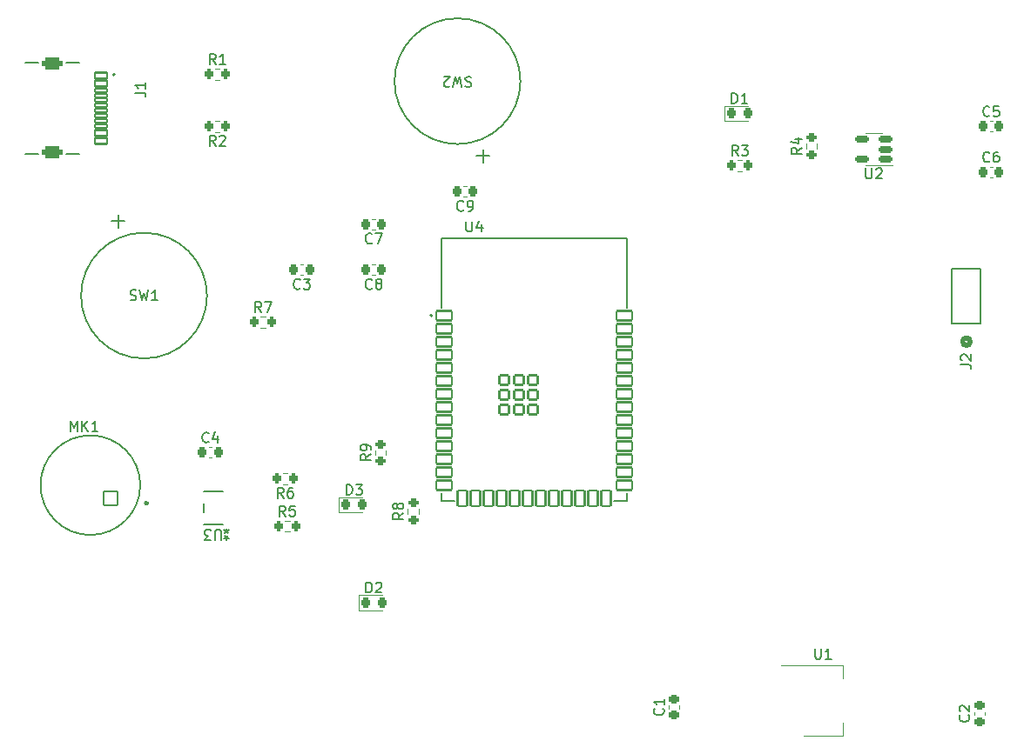
<source format=gto>
%TF.GenerationSoftware,KiCad,Pcbnew,7.0.9*%
%TF.CreationDate,2024-04-11T22:47:46-07:00*%
%TF.ProjectId,Microphone_Final,4d696372-6f70-4686-9f6e-655f46696e61,rev?*%
%TF.SameCoordinates,Original*%
%TF.FileFunction,Legend,Top*%
%TF.FilePolarity,Positive*%
%FSLAX46Y46*%
G04 Gerber Fmt 4.6, Leading zero omitted, Abs format (unit mm)*
G04 Created by KiCad (PCBNEW 7.0.9) date 2024-04-11 22:47:46*
%MOMM*%
%LPD*%
G01*
G04 APERTURE LIST*
G04 Aperture macros list*
%AMRoundRect*
0 Rectangle with rounded corners*
0 $1 Rounding radius*
0 $2 $3 $4 $5 $6 $7 $8 $9 X,Y pos of 4 corners*
0 Add a 4 corners polygon primitive as box body*
4,1,4,$2,$3,$4,$5,$6,$7,$8,$9,$2,$3,0*
0 Add four circle primitives for the rounded corners*
1,1,$1+$1,$2,$3*
1,1,$1+$1,$4,$5*
1,1,$1+$1,$6,$7*
1,1,$1+$1,$8,$9*
0 Add four rect primitives between the rounded corners*
20,1,$1+$1,$2,$3,$4,$5,0*
20,1,$1+$1,$4,$5,$6,$7,0*
20,1,$1+$1,$6,$7,$8,$9,0*
20,1,$1+$1,$8,$9,$2,$3,0*%
G04 Aperture macros list end*
%ADD10C,0.150000*%
%ADD11C,0.127000*%
%ADD12C,0.300000*%
%ADD13C,0.120000*%
%ADD14C,0.152400*%
%ADD15C,0.508000*%
%ADD16C,0.200000*%
%ADD17RoundRect,0.102000X-0.689000X-0.689000X0.689000X-0.689000X0.689000X0.689000X-0.689000X0.689000X0*%
%ADD18C,1.582000*%
%ADD19RoundRect,0.225000X0.225000X0.250000X-0.225000X0.250000X-0.225000X-0.250000X0.225000X-0.250000X0*%
%ADD20RoundRect,0.225000X-0.225000X-0.250000X0.225000X-0.250000X0.225000X0.250000X-0.225000X0.250000X0*%
%ADD21RoundRect,0.200000X0.200000X0.275000X-0.200000X0.275000X-0.200000X-0.275000X0.200000X-0.275000X0*%
%ADD22RoundRect,0.218750X-0.218750X-0.256250X0.218750X-0.256250X0.218750X0.256250X-0.218750X0.256250X0*%
%ADD23C,1.574800*%
%ADD24C,1.651000*%
%ADD25RoundRect,0.200000X0.275000X-0.200000X0.275000X0.200000X-0.275000X0.200000X-0.275000X-0.200000X0*%
%ADD26R,2.000000X1.500000*%
%ADD27R,2.000000X3.800000*%
%ADD28RoundRect,0.225000X0.250000X-0.225000X0.250000X0.225000X-0.250000X0.225000X-0.250000X-0.225000X0*%
%ADD29C,0.650000*%
%ADD30RoundRect,0.102000X-0.575000X0.300000X-0.575000X-0.300000X0.575000X-0.300000X0.575000X0.300000X0*%
%ADD31RoundRect,0.102000X-0.575000X0.150000X-0.575000X-0.150000X0.575000X-0.150000X0.575000X0.150000X0*%
%ADD32O,2.304000X1.204000*%
%ADD33RoundRect,0.352000X-0.650000X0.250000X-0.650000X-0.250000X0.650000X-0.250000X0.650000X0.250000X0*%
%ADD34RoundRect,0.200000X-0.200000X-0.275000X0.200000X-0.275000X0.200000X0.275000X-0.200000X0.275000X0*%
%ADD35RoundRect,0.150000X0.512500X0.150000X-0.512500X0.150000X-0.512500X-0.150000X0.512500X-0.150000X0*%
%ADD36RoundRect,0.102000X-0.750000X-0.450000X0.750000X-0.450000X0.750000X0.450000X-0.750000X0.450000X0*%
%ADD37RoundRect,0.102000X-0.450000X-0.750000X0.450000X-0.750000X0.450000X0.750000X-0.450000X0.750000X0*%
%ADD38RoundRect,0.102000X-0.450000X-0.450000X0.450000X-0.450000X0.450000X0.450000X-0.450000X0.450000X0*%
%ADD39R,1.016000X0.457200*%
G04 APERTURE END LIST*
D10*
X70349797Y-88717967D02*
X70349797Y-87717613D01*
X70349797Y-87717613D02*
X70683248Y-88432152D01*
X70683248Y-88432152D02*
X71016700Y-87717613D01*
X71016700Y-87717613D02*
X71016700Y-88717967D01*
X71493059Y-88717967D02*
X71493059Y-87717613D01*
X72064690Y-88717967D02*
X71635967Y-88146337D01*
X72064690Y-87717613D02*
X71493059Y-88289244D01*
X73017408Y-88717967D02*
X72445777Y-88717967D01*
X72731593Y-88717967D02*
X72731593Y-87717613D01*
X72731593Y-87717613D02*
X72636321Y-87860521D01*
X72636321Y-87860521D02*
X72541049Y-87955793D01*
X72541049Y-87955793D02*
X72445777Y-88003429D01*
X99668333Y-74814580D02*
X99620714Y-74862200D01*
X99620714Y-74862200D02*
X99477857Y-74909819D01*
X99477857Y-74909819D02*
X99382619Y-74909819D01*
X99382619Y-74909819D02*
X99239762Y-74862200D01*
X99239762Y-74862200D02*
X99144524Y-74766961D01*
X99144524Y-74766961D02*
X99096905Y-74671723D01*
X99096905Y-74671723D02*
X99049286Y-74481247D01*
X99049286Y-74481247D02*
X99049286Y-74338390D01*
X99049286Y-74338390D02*
X99096905Y-74147914D01*
X99096905Y-74147914D02*
X99144524Y-74052676D01*
X99144524Y-74052676D02*
X99239762Y-73957438D01*
X99239762Y-73957438D02*
X99382619Y-73909819D01*
X99382619Y-73909819D02*
X99477857Y-73909819D01*
X99477857Y-73909819D02*
X99620714Y-73957438D01*
X99620714Y-73957438D02*
X99668333Y-74005057D01*
X100239762Y-74338390D02*
X100144524Y-74290771D01*
X100144524Y-74290771D02*
X100096905Y-74243152D01*
X100096905Y-74243152D02*
X100049286Y-74147914D01*
X100049286Y-74147914D02*
X100049286Y-74100295D01*
X100049286Y-74100295D02*
X100096905Y-74005057D01*
X100096905Y-74005057D02*
X100144524Y-73957438D01*
X100144524Y-73957438D02*
X100239762Y-73909819D01*
X100239762Y-73909819D02*
X100430238Y-73909819D01*
X100430238Y-73909819D02*
X100525476Y-73957438D01*
X100525476Y-73957438D02*
X100573095Y-74005057D01*
X100573095Y-74005057D02*
X100620714Y-74100295D01*
X100620714Y-74100295D02*
X100620714Y-74147914D01*
X100620714Y-74147914D02*
X100573095Y-74243152D01*
X100573095Y-74243152D02*
X100525476Y-74290771D01*
X100525476Y-74290771D02*
X100430238Y-74338390D01*
X100430238Y-74338390D02*
X100239762Y-74338390D01*
X100239762Y-74338390D02*
X100144524Y-74386009D01*
X100144524Y-74386009D02*
X100096905Y-74433628D01*
X100096905Y-74433628D02*
X100049286Y-74528866D01*
X100049286Y-74528866D02*
X100049286Y-74719342D01*
X100049286Y-74719342D02*
X100096905Y-74814580D01*
X100096905Y-74814580D02*
X100144524Y-74862200D01*
X100144524Y-74862200D02*
X100239762Y-74909819D01*
X100239762Y-74909819D02*
X100430238Y-74909819D01*
X100430238Y-74909819D02*
X100525476Y-74862200D01*
X100525476Y-74862200D02*
X100573095Y-74814580D01*
X100573095Y-74814580D02*
X100620714Y-74719342D01*
X100620714Y-74719342D02*
X100620714Y-74528866D01*
X100620714Y-74528866D02*
X100573095Y-74433628D01*
X100573095Y-74433628D02*
X100525476Y-74386009D01*
X100525476Y-74386009D02*
X100430238Y-74338390D01*
X159713333Y-62429580D02*
X159665714Y-62477200D01*
X159665714Y-62477200D02*
X159522857Y-62524819D01*
X159522857Y-62524819D02*
X159427619Y-62524819D01*
X159427619Y-62524819D02*
X159284762Y-62477200D01*
X159284762Y-62477200D02*
X159189524Y-62381961D01*
X159189524Y-62381961D02*
X159141905Y-62286723D01*
X159141905Y-62286723D02*
X159094286Y-62096247D01*
X159094286Y-62096247D02*
X159094286Y-61953390D01*
X159094286Y-61953390D02*
X159141905Y-61762914D01*
X159141905Y-61762914D02*
X159189524Y-61667676D01*
X159189524Y-61667676D02*
X159284762Y-61572438D01*
X159284762Y-61572438D02*
X159427619Y-61524819D01*
X159427619Y-61524819D02*
X159522857Y-61524819D01*
X159522857Y-61524819D02*
X159665714Y-61572438D01*
X159665714Y-61572438D02*
X159713333Y-61620057D01*
X160570476Y-61524819D02*
X160380000Y-61524819D01*
X160380000Y-61524819D02*
X160284762Y-61572438D01*
X160284762Y-61572438D02*
X160237143Y-61620057D01*
X160237143Y-61620057D02*
X160141905Y-61762914D01*
X160141905Y-61762914D02*
X160094286Y-61953390D01*
X160094286Y-61953390D02*
X160094286Y-62334342D01*
X160094286Y-62334342D02*
X160141905Y-62429580D01*
X160141905Y-62429580D02*
X160189524Y-62477200D01*
X160189524Y-62477200D02*
X160284762Y-62524819D01*
X160284762Y-62524819D02*
X160475238Y-62524819D01*
X160475238Y-62524819D02*
X160570476Y-62477200D01*
X160570476Y-62477200D02*
X160618095Y-62429580D01*
X160618095Y-62429580D02*
X160665714Y-62334342D01*
X160665714Y-62334342D02*
X160665714Y-62096247D01*
X160665714Y-62096247D02*
X160618095Y-62001009D01*
X160618095Y-62001009D02*
X160570476Y-61953390D01*
X160570476Y-61953390D02*
X160475238Y-61905771D01*
X160475238Y-61905771D02*
X160284762Y-61905771D01*
X160284762Y-61905771D02*
X160189524Y-61953390D01*
X160189524Y-61953390D02*
X160141905Y-62001009D01*
X160141905Y-62001009D02*
X160094286Y-62096247D01*
X84478333Y-60939819D02*
X84145000Y-60463628D01*
X83906905Y-60939819D02*
X83906905Y-59939819D01*
X83906905Y-59939819D02*
X84287857Y-59939819D01*
X84287857Y-59939819D02*
X84383095Y-59987438D01*
X84383095Y-59987438D02*
X84430714Y-60035057D01*
X84430714Y-60035057D02*
X84478333Y-60130295D01*
X84478333Y-60130295D02*
X84478333Y-60273152D01*
X84478333Y-60273152D02*
X84430714Y-60368390D01*
X84430714Y-60368390D02*
X84383095Y-60416009D01*
X84383095Y-60416009D02*
X84287857Y-60463628D01*
X84287857Y-60463628D02*
X83906905Y-60463628D01*
X84859286Y-60035057D02*
X84906905Y-59987438D01*
X84906905Y-59987438D02*
X85002143Y-59939819D01*
X85002143Y-59939819D02*
X85240238Y-59939819D01*
X85240238Y-59939819D02*
X85335476Y-59987438D01*
X85335476Y-59987438D02*
X85383095Y-60035057D01*
X85383095Y-60035057D02*
X85430714Y-60130295D01*
X85430714Y-60130295D02*
X85430714Y-60225533D01*
X85430714Y-60225533D02*
X85383095Y-60368390D01*
X85383095Y-60368390D02*
X84811667Y-60939819D01*
X84811667Y-60939819D02*
X85430714Y-60939819D01*
X99109405Y-104434819D02*
X99109405Y-103434819D01*
X99109405Y-103434819D02*
X99347500Y-103434819D01*
X99347500Y-103434819D02*
X99490357Y-103482438D01*
X99490357Y-103482438D02*
X99585595Y-103577676D01*
X99585595Y-103577676D02*
X99633214Y-103672914D01*
X99633214Y-103672914D02*
X99680833Y-103863390D01*
X99680833Y-103863390D02*
X99680833Y-104006247D01*
X99680833Y-104006247D02*
X99633214Y-104196723D01*
X99633214Y-104196723D02*
X99585595Y-104291961D01*
X99585595Y-104291961D02*
X99490357Y-104387200D01*
X99490357Y-104387200D02*
X99347500Y-104434819D01*
X99347500Y-104434819D02*
X99109405Y-104434819D01*
X100061786Y-103530057D02*
X100109405Y-103482438D01*
X100109405Y-103482438D02*
X100204643Y-103434819D01*
X100204643Y-103434819D02*
X100442738Y-103434819D01*
X100442738Y-103434819D02*
X100537976Y-103482438D01*
X100537976Y-103482438D02*
X100585595Y-103530057D01*
X100585595Y-103530057D02*
X100633214Y-103625295D01*
X100633214Y-103625295D02*
X100633214Y-103720533D01*
X100633214Y-103720533D02*
X100585595Y-103863390D01*
X100585595Y-103863390D02*
X100014167Y-104434819D01*
X100014167Y-104434819D02*
X100633214Y-104434819D01*
X109323332Y-54242805D02*
X109180475Y-54195185D01*
X109180475Y-54195185D02*
X108942380Y-54195185D01*
X108942380Y-54195185D02*
X108847142Y-54242805D01*
X108847142Y-54242805D02*
X108799523Y-54290424D01*
X108799523Y-54290424D02*
X108751904Y-54385662D01*
X108751904Y-54385662D02*
X108751904Y-54480900D01*
X108751904Y-54480900D02*
X108799523Y-54576138D01*
X108799523Y-54576138D02*
X108847142Y-54623757D01*
X108847142Y-54623757D02*
X108942380Y-54671376D01*
X108942380Y-54671376D02*
X109132856Y-54718995D01*
X109132856Y-54718995D02*
X109228094Y-54766614D01*
X109228094Y-54766614D02*
X109275713Y-54814233D01*
X109275713Y-54814233D02*
X109323332Y-54909471D01*
X109323332Y-54909471D02*
X109323332Y-55004709D01*
X109323332Y-55004709D02*
X109275713Y-55099947D01*
X109275713Y-55099947D02*
X109228094Y-55147566D01*
X109228094Y-55147566D02*
X109132856Y-55195185D01*
X109132856Y-55195185D02*
X108894761Y-55195185D01*
X108894761Y-55195185D02*
X108751904Y-55147566D01*
X108418570Y-55195185D02*
X108180475Y-54195185D01*
X108180475Y-54195185D02*
X107989999Y-54909471D01*
X107989999Y-54909471D02*
X107799523Y-54195185D01*
X107799523Y-54195185D02*
X107561428Y-55195185D01*
X107228094Y-55099947D02*
X107180475Y-55147566D01*
X107180475Y-55147566D02*
X107085237Y-55195185D01*
X107085237Y-55195185D02*
X106847142Y-55195185D01*
X106847142Y-55195185D02*
X106751904Y-55147566D01*
X106751904Y-55147566D02*
X106704285Y-55099947D01*
X106704285Y-55099947D02*
X106656666Y-55004709D01*
X106656666Y-55004709D02*
X106656666Y-54909471D01*
X106656666Y-54909471D02*
X106704285Y-54766614D01*
X106704285Y-54766614D02*
X107275713Y-54195185D01*
X107275713Y-54195185D02*
X106656666Y-54195185D01*
X92683333Y-74814580D02*
X92635714Y-74862200D01*
X92635714Y-74862200D02*
X92492857Y-74909819D01*
X92492857Y-74909819D02*
X92397619Y-74909819D01*
X92397619Y-74909819D02*
X92254762Y-74862200D01*
X92254762Y-74862200D02*
X92159524Y-74766961D01*
X92159524Y-74766961D02*
X92111905Y-74671723D01*
X92111905Y-74671723D02*
X92064286Y-74481247D01*
X92064286Y-74481247D02*
X92064286Y-74338390D01*
X92064286Y-74338390D02*
X92111905Y-74147914D01*
X92111905Y-74147914D02*
X92159524Y-74052676D01*
X92159524Y-74052676D02*
X92254762Y-73957438D01*
X92254762Y-73957438D02*
X92397619Y-73909819D01*
X92397619Y-73909819D02*
X92492857Y-73909819D01*
X92492857Y-73909819D02*
X92635714Y-73957438D01*
X92635714Y-73957438D02*
X92683333Y-74005057D01*
X93016667Y-73909819D02*
X93635714Y-73909819D01*
X93635714Y-73909819D02*
X93302381Y-74290771D01*
X93302381Y-74290771D02*
X93445238Y-74290771D01*
X93445238Y-74290771D02*
X93540476Y-74338390D01*
X93540476Y-74338390D02*
X93588095Y-74386009D01*
X93588095Y-74386009D02*
X93635714Y-74481247D01*
X93635714Y-74481247D02*
X93635714Y-74719342D01*
X93635714Y-74719342D02*
X93588095Y-74814580D01*
X93588095Y-74814580D02*
X93540476Y-74862200D01*
X93540476Y-74862200D02*
X93445238Y-74909819D01*
X93445238Y-74909819D02*
X93159524Y-74909819D01*
X93159524Y-74909819D02*
X93064286Y-74862200D01*
X93064286Y-74862200D02*
X93016667Y-74814580D01*
X156934819Y-82248333D02*
X157649104Y-82248333D01*
X157649104Y-82248333D02*
X157791961Y-82295952D01*
X157791961Y-82295952D02*
X157887200Y-82391190D01*
X157887200Y-82391190D02*
X157934819Y-82534047D01*
X157934819Y-82534047D02*
X157934819Y-82629285D01*
X157030057Y-81819761D02*
X156982438Y-81772142D01*
X156982438Y-81772142D02*
X156934819Y-81676904D01*
X156934819Y-81676904D02*
X156934819Y-81438809D01*
X156934819Y-81438809D02*
X156982438Y-81343571D01*
X156982438Y-81343571D02*
X157030057Y-81295952D01*
X157030057Y-81295952D02*
X157125295Y-81248333D01*
X157125295Y-81248333D02*
X157220533Y-81248333D01*
X157220533Y-81248333D02*
X157363390Y-81295952D01*
X157363390Y-81295952D02*
X157934819Y-81867380D01*
X157934819Y-81867380D02*
X157934819Y-81248333D01*
X99544819Y-90971666D02*
X99068628Y-91304999D01*
X99544819Y-91543094D02*
X98544819Y-91543094D01*
X98544819Y-91543094D02*
X98544819Y-91162142D01*
X98544819Y-91162142D02*
X98592438Y-91066904D01*
X98592438Y-91066904D02*
X98640057Y-91019285D01*
X98640057Y-91019285D02*
X98735295Y-90971666D01*
X98735295Y-90971666D02*
X98878152Y-90971666D01*
X98878152Y-90971666D02*
X98973390Y-91019285D01*
X98973390Y-91019285D02*
X99021009Y-91066904D01*
X99021009Y-91066904D02*
X99068628Y-91162142D01*
X99068628Y-91162142D02*
X99068628Y-91543094D01*
X99544819Y-90495475D02*
X99544819Y-90304999D01*
X99544819Y-90304999D02*
X99497200Y-90209761D01*
X99497200Y-90209761D02*
X99449580Y-90162142D01*
X99449580Y-90162142D02*
X99306723Y-90066904D01*
X99306723Y-90066904D02*
X99116247Y-90019285D01*
X99116247Y-90019285D02*
X98735295Y-90019285D01*
X98735295Y-90019285D02*
X98640057Y-90066904D01*
X98640057Y-90066904D02*
X98592438Y-90114523D01*
X98592438Y-90114523D02*
X98544819Y-90209761D01*
X98544819Y-90209761D02*
X98544819Y-90400237D01*
X98544819Y-90400237D02*
X98592438Y-90495475D01*
X98592438Y-90495475D02*
X98640057Y-90543094D01*
X98640057Y-90543094D02*
X98735295Y-90590713D01*
X98735295Y-90590713D02*
X98973390Y-90590713D01*
X98973390Y-90590713D02*
X99068628Y-90543094D01*
X99068628Y-90543094D02*
X99116247Y-90495475D01*
X99116247Y-90495475D02*
X99163866Y-90400237D01*
X99163866Y-90400237D02*
X99163866Y-90209761D01*
X99163866Y-90209761D02*
X99116247Y-90114523D01*
X99116247Y-90114523D02*
X99068628Y-90066904D01*
X99068628Y-90066904D02*
X98973390Y-90019285D01*
X142773095Y-109889819D02*
X142773095Y-110699342D01*
X142773095Y-110699342D02*
X142820714Y-110794580D01*
X142820714Y-110794580D02*
X142868333Y-110842200D01*
X142868333Y-110842200D02*
X142963571Y-110889819D01*
X142963571Y-110889819D02*
X143154047Y-110889819D01*
X143154047Y-110889819D02*
X143249285Y-110842200D01*
X143249285Y-110842200D02*
X143296904Y-110794580D01*
X143296904Y-110794580D02*
X143344523Y-110699342D01*
X143344523Y-110699342D02*
X143344523Y-109889819D01*
X144344523Y-110889819D02*
X143773095Y-110889819D01*
X144058809Y-110889819D02*
X144058809Y-109889819D01*
X144058809Y-109889819D02*
X143963571Y-110032676D01*
X143963571Y-110032676D02*
X143868333Y-110127914D01*
X143868333Y-110127914D02*
X143773095Y-110175533D01*
X157679580Y-116371666D02*
X157727200Y-116419285D01*
X157727200Y-116419285D02*
X157774819Y-116562142D01*
X157774819Y-116562142D02*
X157774819Y-116657380D01*
X157774819Y-116657380D02*
X157727200Y-116800237D01*
X157727200Y-116800237D02*
X157631961Y-116895475D01*
X157631961Y-116895475D02*
X157536723Y-116943094D01*
X157536723Y-116943094D02*
X157346247Y-116990713D01*
X157346247Y-116990713D02*
X157203390Y-116990713D01*
X157203390Y-116990713D02*
X157012914Y-116943094D01*
X157012914Y-116943094D02*
X156917676Y-116895475D01*
X156917676Y-116895475D02*
X156822438Y-116800237D01*
X156822438Y-116800237D02*
X156774819Y-116657380D01*
X156774819Y-116657380D02*
X156774819Y-116562142D01*
X156774819Y-116562142D02*
X156822438Y-116419285D01*
X156822438Y-116419285D02*
X156870057Y-116371666D01*
X156870057Y-115990713D02*
X156822438Y-115943094D01*
X156822438Y-115943094D02*
X156774819Y-115847856D01*
X156774819Y-115847856D02*
X156774819Y-115609761D01*
X156774819Y-115609761D02*
X156822438Y-115514523D01*
X156822438Y-115514523D02*
X156870057Y-115466904D01*
X156870057Y-115466904D02*
X156965295Y-115419285D01*
X156965295Y-115419285D02*
X157060533Y-115419285D01*
X157060533Y-115419285D02*
X157203390Y-115466904D01*
X157203390Y-115466904D02*
X157774819Y-116038332D01*
X157774819Y-116038332D02*
X157774819Y-115419285D01*
X91083333Y-95229819D02*
X90750000Y-94753628D01*
X90511905Y-95229819D02*
X90511905Y-94229819D01*
X90511905Y-94229819D02*
X90892857Y-94229819D01*
X90892857Y-94229819D02*
X90988095Y-94277438D01*
X90988095Y-94277438D02*
X91035714Y-94325057D01*
X91035714Y-94325057D02*
X91083333Y-94420295D01*
X91083333Y-94420295D02*
X91083333Y-94563152D01*
X91083333Y-94563152D02*
X91035714Y-94658390D01*
X91035714Y-94658390D02*
X90988095Y-94706009D01*
X90988095Y-94706009D02*
X90892857Y-94753628D01*
X90892857Y-94753628D02*
X90511905Y-94753628D01*
X91940476Y-94229819D02*
X91750000Y-94229819D01*
X91750000Y-94229819D02*
X91654762Y-94277438D01*
X91654762Y-94277438D02*
X91607143Y-94325057D01*
X91607143Y-94325057D02*
X91511905Y-94467914D01*
X91511905Y-94467914D02*
X91464286Y-94658390D01*
X91464286Y-94658390D02*
X91464286Y-95039342D01*
X91464286Y-95039342D02*
X91511905Y-95134580D01*
X91511905Y-95134580D02*
X91559524Y-95182200D01*
X91559524Y-95182200D02*
X91654762Y-95229819D01*
X91654762Y-95229819D02*
X91845238Y-95229819D01*
X91845238Y-95229819D02*
X91940476Y-95182200D01*
X91940476Y-95182200D02*
X91988095Y-95134580D01*
X91988095Y-95134580D02*
X92035714Y-95039342D01*
X92035714Y-95039342D02*
X92035714Y-94801247D01*
X92035714Y-94801247D02*
X91988095Y-94706009D01*
X91988095Y-94706009D02*
X91940476Y-94658390D01*
X91940476Y-94658390D02*
X91845238Y-94610771D01*
X91845238Y-94610771D02*
X91654762Y-94610771D01*
X91654762Y-94610771D02*
X91559524Y-94658390D01*
X91559524Y-94658390D02*
X91511905Y-94706009D01*
X91511905Y-94706009D02*
X91464286Y-94801247D01*
X159713333Y-57984580D02*
X159665714Y-58032200D01*
X159665714Y-58032200D02*
X159522857Y-58079819D01*
X159522857Y-58079819D02*
X159427619Y-58079819D01*
X159427619Y-58079819D02*
X159284762Y-58032200D01*
X159284762Y-58032200D02*
X159189524Y-57936961D01*
X159189524Y-57936961D02*
X159141905Y-57841723D01*
X159141905Y-57841723D02*
X159094286Y-57651247D01*
X159094286Y-57651247D02*
X159094286Y-57508390D01*
X159094286Y-57508390D02*
X159141905Y-57317914D01*
X159141905Y-57317914D02*
X159189524Y-57222676D01*
X159189524Y-57222676D02*
X159284762Y-57127438D01*
X159284762Y-57127438D02*
X159427619Y-57079819D01*
X159427619Y-57079819D02*
X159522857Y-57079819D01*
X159522857Y-57079819D02*
X159665714Y-57127438D01*
X159665714Y-57127438D02*
X159713333Y-57175057D01*
X160618095Y-57079819D02*
X160141905Y-57079819D01*
X160141905Y-57079819D02*
X160094286Y-57556009D01*
X160094286Y-57556009D02*
X160141905Y-57508390D01*
X160141905Y-57508390D02*
X160237143Y-57460771D01*
X160237143Y-57460771D02*
X160475238Y-57460771D01*
X160475238Y-57460771D02*
X160570476Y-57508390D01*
X160570476Y-57508390D02*
X160618095Y-57556009D01*
X160618095Y-57556009D02*
X160665714Y-57651247D01*
X160665714Y-57651247D02*
X160665714Y-57889342D01*
X160665714Y-57889342D02*
X160618095Y-57984580D01*
X160618095Y-57984580D02*
X160570476Y-58032200D01*
X160570476Y-58032200D02*
X160475238Y-58079819D01*
X160475238Y-58079819D02*
X160237143Y-58079819D01*
X160237143Y-58079819D02*
X160141905Y-58032200D01*
X160141905Y-58032200D02*
X160094286Y-57984580D01*
X141454819Y-61126666D02*
X140978628Y-61459999D01*
X141454819Y-61698094D02*
X140454819Y-61698094D01*
X140454819Y-61698094D02*
X140454819Y-61317142D01*
X140454819Y-61317142D02*
X140502438Y-61221904D01*
X140502438Y-61221904D02*
X140550057Y-61174285D01*
X140550057Y-61174285D02*
X140645295Y-61126666D01*
X140645295Y-61126666D02*
X140788152Y-61126666D01*
X140788152Y-61126666D02*
X140883390Y-61174285D01*
X140883390Y-61174285D02*
X140931009Y-61221904D01*
X140931009Y-61221904D02*
X140978628Y-61317142D01*
X140978628Y-61317142D02*
X140978628Y-61698094D01*
X140788152Y-60269523D02*
X141454819Y-60269523D01*
X140407200Y-60507618D02*
X141121485Y-60745713D01*
X141121485Y-60745713D02*
X141121485Y-60126666D01*
X134669405Y-56809819D02*
X134669405Y-55809819D01*
X134669405Y-55809819D02*
X134907500Y-55809819D01*
X134907500Y-55809819D02*
X135050357Y-55857438D01*
X135050357Y-55857438D02*
X135145595Y-55952676D01*
X135145595Y-55952676D02*
X135193214Y-56047914D01*
X135193214Y-56047914D02*
X135240833Y-56238390D01*
X135240833Y-56238390D02*
X135240833Y-56381247D01*
X135240833Y-56381247D02*
X135193214Y-56571723D01*
X135193214Y-56571723D02*
X135145595Y-56666961D01*
X135145595Y-56666961D02*
X135050357Y-56762200D01*
X135050357Y-56762200D02*
X134907500Y-56809819D01*
X134907500Y-56809819D02*
X134669405Y-56809819D01*
X136193214Y-56809819D02*
X135621786Y-56809819D01*
X135907500Y-56809819D02*
X135907500Y-55809819D01*
X135907500Y-55809819D02*
X135812262Y-55952676D01*
X135812262Y-55952676D02*
X135717024Y-56047914D01*
X135717024Y-56047914D02*
X135621786Y-56095533D01*
X76176667Y-75932195D02*
X76319524Y-75979814D01*
X76319524Y-75979814D02*
X76557619Y-75979814D01*
X76557619Y-75979814D02*
X76652857Y-75932195D01*
X76652857Y-75932195D02*
X76700476Y-75884575D01*
X76700476Y-75884575D02*
X76748095Y-75789337D01*
X76748095Y-75789337D02*
X76748095Y-75694099D01*
X76748095Y-75694099D02*
X76700476Y-75598861D01*
X76700476Y-75598861D02*
X76652857Y-75551242D01*
X76652857Y-75551242D02*
X76557619Y-75503623D01*
X76557619Y-75503623D02*
X76367143Y-75456004D01*
X76367143Y-75456004D02*
X76271905Y-75408385D01*
X76271905Y-75408385D02*
X76224286Y-75360766D01*
X76224286Y-75360766D02*
X76176667Y-75265528D01*
X76176667Y-75265528D02*
X76176667Y-75170290D01*
X76176667Y-75170290D02*
X76224286Y-75075052D01*
X76224286Y-75075052D02*
X76271905Y-75027433D01*
X76271905Y-75027433D02*
X76367143Y-74979814D01*
X76367143Y-74979814D02*
X76605238Y-74979814D01*
X76605238Y-74979814D02*
X76748095Y-75027433D01*
X77081429Y-74979814D02*
X77319524Y-75979814D01*
X77319524Y-75979814D02*
X77510000Y-75265528D01*
X77510000Y-75265528D02*
X77700476Y-75979814D01*
X77700476Y-75979814D02*
X77938572Y-74979814D01*
X78843333Y-75979814D02*
X78271905Y-75979814D01*
X78557619Y-75979814D02*
X78557619Y-74979814D01*
X78557619Y-74979814D02*
X78462381Y-75122671D01*
X78462381Y-75122671D02*
X78367143Y-75217909D01*
X78367143Y-75217909D02*
X78271905Y-75265528D01*
X108558333Y-67194580D02*
X108510714Y-67242200D01*
X108510714Y-67242200D02*
X108367857Y-67289819D01*
X108367857Y-67289819D02*
X108272619Y-67289819D01*
X108272619Y-67289819D02*
X108129762Y-67242200D01*
X108129762Y-67242200D02*
X108034524Y-67146961D01*
X108034524Y-67146961D02*
X107986905Y-67051723D01*
X107986905Y-67051723D02*
X107939286Y-66861247D01*
X107939286Y-66861247D02*
X107939286Y-66718390D01*
X107939286Y-66718390D02*
X107986905Y-66527914D01*
X107986905Y-66527914D02*
X108034524Y-66432676D01*
X108034524Y-66432676D02*
X108129762Y-66337438D01*
X108129762Y-66337438D02*
X108272619Y-66289819D01*
X108272619Y-66289819D02*
X108367857Y-66289819D01*
X108367857Y-66289819D02*
X108510714Y-66337438D01*
X108510714Y-66337438D02*
X108558333Y-66385057D01*
X109034524Y-67289819D02*
X109225000Y-67289819D01*
X109225000Y-67289819D02*
X109320238Y-67242200D01*
X109320238Y-67242200D02*
X109367857Y-67194580D01*
X109367857Y-67194580D02*
X109463095Y-67051723D01*
X109463095Y-67051723D02*
X109510714Y-66861247D01*
X109510714Y-66861247D02*
X109510714Y-66480295D01*
X109510714Y-66480295D02*
X109463095Y-66385057D01*
X109463095Y-66385057D02*
X109415476Y-66337438D01*
X109415476Y-66337438D02*
X109320238Y-66289819D01*
X109320238Y-66289819D02*
X109129762Y-66289819D01*
X109129762Y-66289819D02*
X109034524Y-66337438D01*
X109034524Y-66337438D02*
X108986905Y-66385057D01*
X108986905Y-66385057D02*
X108939286Y-66480295D01*
X108939286Y-66480295D02*
X108939286Y-66718390D01*
X108939286Y-66718390D02*
X108986905Y-66813628D01*
X108986905Y-66813628D02*
X109034524Y-66861247D01*
X109034524Y-66861247D02*
X109129762Y-66908866D01*
X109129762Y-66908866D02*
X109320238Y-66908866D01*
X109320238Y-66908866D02*
X109415476Y-66861247D01*
X109415476Y-66861247D02*
X109463095Y-66813628D01*
X109463095Y-66813628D02*
X109510714Y-66718390D01*
X76669819Y-55783333D02*
X77384104Y-55783333D01*
X77384104Y-55783333D02*
X77526961Y-55830952D01*
X77526961Y-55830952D02*
X77622200Y-55926190D01*
X77622200Y-55926190D02*
X77669819Y-56069047D01*
X77669819Y-56069047D02*
X77669819Y-56164285D01*
X77669819Y-54783333D02*
X77669819Y-55354761D01*
X77669819Y-55069047D02*
X76669819Y-55069047D01*
X76669819Y-55069047D02*
X76812676Y-55164285D01*
X76812676Y-55164285D02*
X76907914Y-55259523D01*
X76907914Y-55259523D02*
X76955533Y-55354761D01*
X99668333Y-70369580D02*
X99620714Y-70417200D01*
X99620714Y-70417200D02*
X99477857Y-70464819D01*
X99477857Y-70464819D02*
X99382619Y-70464819D01*
X99382619Y-70464819D02*
X99239762Y-70417200D01*
X99239762Y-70417200D02*
X99144524Y-70321961D01*
X99144524Y-70321961D02*
X99096905Y-70226723D01*
X99096905Y-70226723D02*
X99049286Y-70036247D01*
X99049286Y-70036247D02*
X99049286Y-69893390D01*
X99049286Y-69893390D02*
X99096905Y-69702914D01*
X99096905Y-69702914D02*
X99144524Y-69607676D01*
X99144524Y-69607676D02*
X99239762Y-69512438D01*
X99239762Y-69512438D02*
X99382619Y-69464819D01*
X99382619Y-69464819D02*
X99477857Y-69464819D01*
X99477857Y-69464819D02*
X99620714Y-69512438D01*
X99620714Y-69512438D02*
X99668333Y-69560057D01*
X100001667Y-69464819D02*
X100668333Y-69464819D01*
X100668333Y-69464819D02*
X100239762Y-70464819D01*
X84478333Y-52999819D02*
X84145000Y-52523628D01*
X83906905Y-52999819D02*
X83906905Y-51999819D01*
X83906905Y-51999819D02*
X84287857Y-51999819D01*
X84287857Y-51999819D02*
X84383095Y-52047438D01*
X84383095Y-52047438D02*
X84430714Y-52095057D01*
X84430714Y-52095057D02*
X84478333Y-52190295D01*
X84478333Y-52190295D02*
X84478333Y-52333152D01*
X84478333Y-52333152D02*
X84430714Y-52428390D01*
X84430714Y-52428390D02*
X84383095Y-52476009D01*
X84383095Y-52476009D02*
X84287857Y-52523628D01*
X84287857Y-52523628D02*
X83906905Y-52523628D01*
X85430714Y-52999819D02*
X84859286Y-52999819D01*
X85145000Y-52999819D02*
X85145000Y-51999819D01*
X85145000Y-51999819D02*
X85049762Y-52142676D01*
X85049762Y-52142676D02*
X84954524Y-52237914D01*
X84954524Y-52237914D02*
X84859286Y-52285533D01*
X97204405Y-94909819D02*
X97204405Y-93909819D01*
X97204405Y-93909819D02*
X97442500Y-93909819D01*
X97442500Y-93909819D02*
X97585357Y-93957438D01*
X97585357Y-93957438D02*
X97680595Y-94052676D01*
X97680595Y-94052676D02*
X97728214Y-94147914D01*
X97728214Y-94147914D02*
X97775833Y-94338390D01*
X97775833Y-94338390D02*
X97775833Y-94481247D01*
X97775833Y-94481247D02*
X97728214Y-94671723D01*
X97728214Y-94671723D02*
X97680595Y-94766961D01*
X97680595Y-94766961D02*
X97585357Y-94862200D01*
X97585357Y-94862200D02*
X97442500Y-94909819D01*
X97442500Y-94909819D02*
X97204405Y-94909819D01*
X98109167Y-93909819D02*
X98728214Y-93909819D01*
X98728214Y-93909819D02*
X98394881Y-94290771D01*
X98394881Y-94290771D02*
X98537738Y-94290771D01*
X98537738Y-94290771D02*
X98632976Y-94338390D01*
X98632976Y-94338390D02*
X98680595Y-94386009D01*
X98680595Y-94386009D02*
X98728214Y-94481247D01*
X98728214Y-94481247D02*
X98728214Y-94719342D01*
X98728214Y-94719342D02*
X98680595Y-94814580D01*
X98680595Y-94814580D02*
X98632976Y-94862200D01*
X98632976Y-94862200D02*
X98537738Y-94909819D01*
X98537738Y-94909819D02*
X98252024Y-94909819D01*
X98252024Y-94909819D02*
X98156786Y-94862200D01*
X98156786Y-94862200D02*
X98109167Y-94814580D01*
X83793333Y-89734580D02*
X83745714Y-89782200D01*
X83745714Y-89782200D02*
X83602857Y-89829819D01*
X83602857Y-89829819D02*
X83507619Y-89829819D01*
X83507619Y-89829819D02*
X83364762Y-89782200D01*
X83364762Y-89782200D02*
X83269524Y-89686961D01*
X83269524Y-89686961D02*
X83221905Y-89591723D01*
X83221905Y-89591723D02*
X83174286Y-89401247D01*
X83174286Y-89401247D02*
X83174286Y-89258390D01*
X83174286Y-89258390D02*
X83221905Y-89067914D01*
X83221905Y-89067914D02*
X83269524Y-88972676D01*
X83269524Y-88972676D02*
X83364762Y-88877438D01*
X83364762Y-88877438D02*
X83507619Y-88829819D01*
X83507619Y-88829819D02*
X83602857Y-88829819D01*
X83602857Y-88829819D02*
X83745714Y-88877438D01*
X83745714Y-88877438D02*
X83793333Y-88925057D01*
X84650476Y-89163152D02*
X84650476Y-89829819D01*
X84412381Y-88782200D02*
X84174286Y-89496485D01*
X84174286Y-89496485D02*
X84793333Y-89496485D01*
X147695595Y-63129819D02*
X147695595Y-63939342D01*
X147695595Y-63939342D02*
X147743214Y-64034580D01*
X147743214Y-64034580D02*
X147790833Y-64082200D01*
X147790833Y-64082200D02*
X147886071Y-64129819D01*
X147886071Y-64129819D02*
X148076547Y-64129819D01*
X148076547Y-64129819D02*
X148171785Y-64082200D01*
X148171785Y-64082200D02*
X148219404Y-64034580D01*
X148219404Y-64034580D02*
X148267023Y-63939342D01*
X148267023Y-63939342D02*
X148267023Y-63129819D01*
X148695595Y-63225057D02*
X148743214Y-63177438D01*
X148743214Y-63177438D02*
X148838452Y-63129819D01*
X148838452Y-63129819D02*
X149076547Y-63129819D01*
X149076547Y-63129819D02*
X149171785Y-63177438D01*
X149171785Y-63177438D02*
X149219404Y-63225057D01*
X149219404Y-63225057D02*
X149267023Y-63320295D01*
X149267023Y-63320295D02*
X149267023Y-63415533D01*
X149267023Y-63415533D02*
X149219404Y-63558390D01*
X149219404Y-63558390D02*
X148647976Y-64129819D01*
X148647976Y-64129819D02*
X149267023Y-64129819D01*
X108843095Y-68299819D02*
X108843095Y-69109342D01*
X108843095Y-69109342D02*
X108890714Y-69204580D01*
X108890714Y-69204580D02*
X108938333Y-69252200D01*
X108938333Y-69252200D02*
X109033571Y-69299819D01*
X109033571Y-69299819D02*
X109224047Y-69299819D01*
X109224047Y-69299819D02*
X109319285Y-69252200D01*
X109319285Y-69252200D02*
X109366904Y-69204580D01*
X109366904Y-69204580D02*
X109414523Y-69109342D01*
X109414523Y-69109342D02*
X109414523Y-68299819D01*
X110319285Y-68633152D02*
X110319285Y-69299819D01*
X110081190Y-68252200D02*
X109843095Y-68966485D01*
X109843095Y-68966485D02*
X110462142Y-68966485D01*
X84988304Y-99285181D02*
X84988304Y-98475658D01*
X84988304Y-98475658D02*
X84940685Y-98380420D01*
X84940685Y-98380420D02*
X84893066Y-98332801D01*
X84893066Y-98332801D02*
X84797828Y-98285181D01*
X84797828Y-98285181D02*
X84607352Y-98285181D01*
X84607352Y-98285181D02*
X84512114Y-98332801D01*
X84512114Y-98332801D02*
X84464495Y-98380420D01*
X84464495Y-98380420D02*
X84416876Y-98475658D01*
X84416876Y-98475658D02*
X84416876Y-99285181D01*
X84035923Y-99285181D02*
X83416876Y-99285181D01*
X83416876Y-99285181D02*
X83750209Y-98904229D01*
X83750209Y-98904229D02*
X83607352Y-98904229D01*
X83607352Y-98904229D02*
X83512114Y-98856610D01*
X83512114Y-98856610D02*
X83464495Y-98808991D01*
X83464495Y-98808991D02*
X83416876Y-98713753D01*
X83416876Y-98713753D02*
X83416876Y-98475658D01*
X83416876Y-98475658D02*
X83464495Y-98380420D01*
X83464495Y-98380420D02*
X83512114Y-98332801D01*
X83512114Y-98332801D02*
X83607352Y-98285181D01*
X83607352Y-98285181D02*
X83893066Y-98285181D01*
X83893066Y-98285181D02*
X83988304Y-98332801D01*
X83988304Y-98332801D02*
X84035923Y-98380420D01*
X85521799Y-99295381D02*
X85521799Y-99057286D01*
X85759894Y-99152524D02*
X85521799Y-99057286D01*
X85521799Y-99057286D02*
X85283704Y-99152524D01*
X85664656Y-98866810D02*
X85521799Y-99057286D01*
X85521799Y-99057286D02*
X85378942Y-98866810D01*
X85521800Y-98205020D02*
X85521800Y-98443115D01*
X85283705Y-98347877D02*
X85521800Y-98443115D01*
X85521800Y-98443115D02*
X85759895Y-98347877D01*
X85378943Y-98633591D02*
X85521800Y-98443115D01*
X85521800Y-98443115D02*
X85664657Y-98633591D01*
X135278333Y-61889819D02*
X134945000Y-61413628D01*
X134706905Y-61889819D02*
X134706905Y-60889819D01*
X134706905Y-60889819D02*
X135087857Y-60889819D01*
X135087857Y-60889819D02*
X135183095Y-60937438D01*
X135183095Y-60937438D02*
X135230714Y-60985057D01*
X135230714Y-60985057D02*
X135278333Y-61080295D01*
X135278333Y-61080295D02*
X135278333Y-61223152D01*
X135278333Y-61223152D02*
X135230714Y-61318390D01*
X135230714Y-61318390D02*
X135183095Y-61366009D01*
X135183095Y-61366009D02*
X135087857Y-61413628D01*
X135087857Y-61413628D02*
X134706905Y-61413628D01*
X135611667Y-60889819D02*
X136230714Y-60889819D01*
X136230714Y-60889819D02*
X135897381Y-61270771D01*
X135897381Y-61270771D02*
X136040238Y-61270771D01*
X136040238Y-61270771D02*
X136135476Y-61318390D01*
X136135476Y-61318390D02*
X136183095Y-61366009D01*
X136183095Y-61366009D02*
X136230714Y-61461247D01*
X136230714Y-61461247D02*
X136230714Y-61699342D01*
X136230714Y-61699342D02*
X136183095Y-61794580D01*
X136183095Y-61794580D02*
X136135476Y-61842200D01*
X136135476Y-61842200D02*
X136040238Y-61889819D01*
X136040238Y-61889819D02*
X135754524Y-61889819D01*
X135754524Y-61889819D02*
X135659286Y-61842200D01*
X135659286Y-61842200D02*
X135611667Y-61794580D01*
X127974580Y-115736666D02*
X128022200Y-115784285D01*
X128022200Y-115784285D02*
X128069819Y-115927142D01*
X128069819Y-115927142D02*
X128069819Y-116022380D01*
X128069819Y-116022380D02*
X128022200Y-116165237D01*
X128022200Y-116165237D02*
X127926961Y-116260475D01*
X127926961Y-116260475D02*
X127831723Y-116308094D01*
X127831723Y-116308094D02*
X127641247Y-116355713D01*
X127641247Y-116355713D02*
X127498390Y-116355713D01*
X127498390Y-116355713D02*
X127307914Y-116308094D01*
X127307914Y-116308094D02*
X127212676Y-116260475D01*
X127212676Y-116260475D02*
X127117438Y-116165237D01*
X127117438Y-116165237D02*
X127069819Y-116022380D01*
X127069819Y-116022380D02*
X127069819Y-115927142D01*
X127069819Y-115927142D02*
X127117438Y-115784285D01*
X127117438Y-115784285D02*
X127165057Y-115736666D01*
X128069819Y-114784285D02*
X128069819Y-115355713D01*
X128069819Y-115069999D02*
X127069819Y-115069999D01*
X127069819Y-115069999D02*
X127212676Y-115165237D01*
X127212676Y-115165237D02*
X127307914Y-115260475D01*
X127307914Y-115260475D02*
X127355533Y-115355713D01*
X91273333Y-97004819D02*
X90940000Y-96528628D01*
X90701905Y-97004819D02*
X90701905Y-96004819D01*
X90701905Y-96004819D02*
X91082857Y-96004819D01*
X91082857Y-96004819D02*
X91178095Y-96052438D01*
X91178095Y-96052438D02*
X91225714Y-96100057D01*
X91225714Y-96100057D02*
X91273333Y-96195295D01*
X91273333Y-96195295D02*
X91273333Y-96338152D01*
X91273333Y-96338152D02*
X91225714Y-96433390D01*
X91225714Y-96433390D02*
X91178095Y-96481009D01*
X91178095Y-96481009D02*
X91082857Y-96528628D01*
X91082857Y-96528628D02*
X90701905Y-96528628D01*
X92178095Y-96004819D02*
X91701905Y-96004819D01*
X91701905Y-96004819D02*
X91654286Y-96481009D01*
X91654286Y-96481009D02*
X91701905Y-96433390D01*
X91701905Y-96433390D02*
X91797143Y-96385771D01*
X91797143Y-96385771D02*
X92035238Y-96385771D01*
X92035238Y-96385771D02*
X92130476Y-96433390D01*
X92130476Y-96433390D02*
X92178095Y-96481009D01*
X92178095Y-96481009D02*
X92225714Y-96576247D01*
X92225714Y-96576247D02*
X92225714Y-96814342D01*
X92225714Y-96814342D02*
X92178095Y-96909580D01*
X92178095Y-96909580D02*
X92130476Y-96957200D01*
X92130476Y-96957200D02*
X92035238Y-97004819D01*
X92035238Y-97004819D02*
X91797143Y-97004819D01*
X91797143Y-97004819D02*
X91701905Y-96957200D01*
X91701905Y-96957200D02*
X91654286Y-96909580D01*
X88923333Y-77129819D02*
X88590000Y-76653628D01*
X88351905Y-77129819D02*
X88351905Y-76129819D01*
X88351905Y-76129819D02*
X88732857Y-76129819D01*
X88732857Y-76129819D02*
X88828095Y-76177438D01*
X88828095Y-76177438D02*
X88875714Y-76225057D01*
X88875714Y-76225057D02*
X88923333Y-76320295D01*
X88923333Y-76320295D02*
X88923333Y-76463152D01*
X88923333Y-76463152D02*
X88875714Y-76558390D01*
X88875714Y-76558390D02*
X88828095Y-76606009D01*
X88828095Y-76606009D02*
X88732857Y-76653628D01*
X88732857Y-76653628D02*
X88351905Y-76653628D01*
X89256667Y-76129819D02*
X89923333Y-76129819D01*
X89923333Y-76129819D02*
X89494762Y-77129819D01*
X102719819Y-96686666D02*
X102243628Y-97019999D01*
X102719819Y-97258094D02*
X101719819Y-97258094D01*
X101719819Y-97258094D02*
X101719819Y-96877142D01*
X101719819Y-96877142D02*
X101767438Y-96781904D01*
X101767438Y-96781904D02*
X101815057Y-96734285D01*
X101815057Y-96734285D02*
X101910295Y-96686666D01*
X101910295Y-96686666D02*
X102053152Y-96686666D01*
X102053152Y-96686666D02*
X102148390Y-96734285D01*
X102148390Y-96734285D02*
X102196009Y-96781904D01*
X102196009Y-96781904D02*
X102243628Y-96877142D01*
X102243628Y-96877142D02*
X102243628Y-97258094D01*
X102148390Y-96115237D02*
X102100771Y-96210475D01*
X102100771Y-96210475D02*
X102053152Y-96258094D01*
X102053152Y-96258094D02*
X101957914Y-96305713D01*
X101957914Y-96305713D02*
X101910295Y-96305713D01*
X101910295Y-96305713D02*
X101815057Y-96258094D01*
X101815057Y-96258094D02*
X101767438Y-96210475D01*
X101767438Y-96210475D02*
X101719819Y-96115237D01*
X101719819Y-96115237D02*
X101719819Y-95924761D01*
X101719819Y-95924761D02*
X101767438Y-95829523D01*
X101767438Y-95829523D02*
X101815057Y-95781904D01*
X101815057Y-95781904D02*
X101910295Y-95734285D01*
X101910295Y-95734285D02*
X101957914Y-95734285D01*
X101957914Y-95734285D02*
X102053152Y-95781904D01*
X102053152Y-95781904D02*
X102100771Y-95829523D01*
X102100771Y-95829523D02*
X102148390Y-95924761D01*
X102148390Y-95924761D02*
X102148390Y-96115237D01*
X102148390Y-96115237D02*
X102196009Y-96210475D01*
X102196009Y-96210475D02*
X102243628Y-96258094D01*
X102243628Y-96258094D02*
X102338866Y-96305713D01*
X102338866Y-96305713D02*
X102529342Y-96305713D01*
X102529342Y-96305713D02*
X102624580Y-96258094D01*
X102624580Y-96258094D02*
X102672200Y-96210475D01*
X102672200Y-96210475D02*
X102719819Y-96115237D01*
X102719819Y-96115237D02*
X102719819Y-95924761D01*
X102719819Y-95924761D02*
X102672200Y-95829523D01*
X102672200Y-95829523D02*
X102624580Y-95781904D01*
X102624580Y-95781904D02*
X102529342Y-95734285D01*
X102529342Y-95734285D02*
X102338866Y-95734285D01*
X102338866Y-95734285D02*
X102243628Y-95781904D01*
X102243628Y-95781904D02*
X102196009Y-95829523D01*
X102196009Y-95829523D02*
X102148390Y-95924761D01*
D11*
%TO.C,MK1*%
X77145000Y-93980000D02*
G75*
G03*
X77145000Y-93980000I-4850000J0D01*
G01*
D12*
X77838000Y-95721000D02*
G75*
G03*
X77838000Y-95721000I-100000J0D01*
G01*
D13*
%TO.C,C8*%
X99975580Y-73535000D02*
X99694420Y-73535000D01*
X99975580Y-72515000D02*
X99694420Y-72515000D01*
%TO.C,C6*%
X159739420Y-62990000D02*
X160020580Y-62990000D01*
X159739420Y-64010000D02*
X160020580Y-64010000D01*
%TO.C,R2*%
X84882258Y-59577500D02*
X84407742Y-59577500D01*
X84882258Y-58532500D02*
X84407742Y-58532500D01*
%TO.C,D2*%
X98362500Y-104675000D02*
X98362500Y-106145000D01*
X98362500Y-106145000D02*
X100647500Y-106145000D01*
X100647500Y-104675000D02*
X98362500Y-104675000D01*
D14*
%TO.C,SW2*%
X111125000Y-61914405D02*
X109855000Y-61914405D01*
X110490000Y-61279405D02*
X110490000Y-62549405D01*
X114111400Y-54650005D02*
G75*
G03*
X114111400Y-54650005I-6121400J0D01*
G01*
D13*
%TO.C,C3*%
X92990580Y-73535000D02*
X92709420Y-73535000D01*
X92990580Y-72515000D02*
X92709420Y-72515000D01*
D14*
%TO.C,J2*%
X156083000Y-78232000D02*
X158877000Y-78232000D01*
X158877000Y-78232000D02*
X158877000Y-72898000D01*
X156083000Y-72898000D02*
X156083000Y-78232000D01*
X158877000Y-72898000D02*
X156083000Y-72898000D01*
D15*
X157861000Y-80010000D02*
G75*
G03*
X157861000Y-80010000I-381000J0D01*
G01*
D13*
%TO.C,R9*%
X99997500Y-91042258D02*
X99997500Y-90567742D01*
X101042500Y-91042258D02*
X101042500Y-90567742D01*
%TO.C,U1*%
X139435000Y-111525000D02*
X145445000Y-111525000D01*
X141685000Y-118345000D02*
X145445000Y-118345000D01*
X145445000Y-111525000D02*
X145445000Y-112785000D01*
X145445000Y-118345000D02*
X145445000Y-117085000D01*
%TO.C,C2*%
X158240000Y-116345580D02*
X158240000Y-116064420D01*
X159260000Y-116345580D02*
X159260000Y-116064420D01*
%TO.C,R6*%
X91487258Y-93867500D02*
X91012742Y-93867500D01*
X91487258Y-92822500D02*
X91012742Y-92822500D01*
%TO.C,C5*%
X159739420Y-58545000D02*
X160020580Y-58545000D01*
X159739420Y-59565000D02*
X160020580Y-59565000D01*
%TO.C,R4*%
X141907500Y-61197258D02*
X141907500Y-60722742D01*
X142952500Y-61197258D02*
X142952500Y-60722742D01*
%TO.C,D1*%
X133922500Y-57050000D02*
X133922500Y-58520000D01*
X133922500Y-58520000D02*
X136207500Y-58520000D01*
X136207500Y-57050000D02*
X133922500Y-57050000D01*
D14*
%TO.C,SW1*%
X74375000Y-68260595D02*
X75645000Y-68260595D01*
X75010000Y-68895595D02*
X75010000Y-67625595D01*
X83631400Y-75524995D02*
G75*
G03*
X83631400Y-75524995I-6121400J0D01*
G01*
D13*
%TO.C,C9*%
X108865580Y-65915000D02*
X108584420Y-65915000D01*
X108865580Y-64895000D02*
X108584420Y-64895000D01*
D16*
%TO.C,J1*%
X71230000Y-52805000D02*
X69980000Y-52805000D01*
X67260000Y-52805000D02*
X65980000Y-52805000D01*
X71230000Y-61745000D02*
X69980000Y-61745000D01*
X65980000Y-61745000D02*
X67260000Y-61745000D01*
X74680000Y-54025000D02*
G75*
G03*
X74680000Y-54025000I-100000J0D01*
G01*
D13*
%TO.C,C7*%
X99975580Y-69090000D02*
X99694420Y-69090000D01*
X99975580Y-68070000D02*
X99694420Y-68070000D01*
%TO.C,R1*%
X84407742Y-53452500D02*
X84882258Y-53452500D01*
X84407742Y-54497500D02*
X84882258Y-54497500D01*
%TO.C,D3*%
X96457500Y-95150000D02*
X96457500Y-96620000D01*
X96457500Y-96620000D02*
X98742500Y-96620000D01*
X98742500Y-95150000D02*
X96457500Y-95150000D01*
%TO.C,C4*%
X83819420Y-90295000D02*
X84100580Y-90295000D01*
X83819420Y-91315000D02*
X84100580Y-91315000D01*
%TO.C,U2*%
X148457500Y-62835000D02*
X150257500Y-62835000D01*
X148457500Y-62835000D02*
X147657500Y-62835000D01*
X148457500Y-59715000D02*
X149257500Y-59715000D01*
X148457500Y-59715000D02*
X147657500Y-59715000D01*
D11*
%TO.C,U4*%
X106430000Y-69980000D02*
X124430000Y-69980000D01*
X106430000Y-76700000D02*
X106430000Y-69980000D01*
X106430000Y-95480000D02*
X106430000Y-94750000D01*
X107675000Y-95480000D02*
X106430000Y-95480000D01*
X124430000Y-69980000D02*
X124430000Y-76700000D01*
X124430000Y-95480000D02*
X123185000Y-95480000D01*
X124430000Y-95480000D02*
X124430000Y-94750000D01*
D16*
X105530000Y-77470000D02*
G75*
G03*
X105530000Y-77470000I-100000J0D01*
G01*
D14*
%TO.C,U3*%
X85153500Y-94625201D02*
X83299300Y-94625201D01*
X83299300Y-97774801D02*
X85153500Y-97774801D01*
X83299300Y-95811340D02*
X83299300Y-96588662D01*
D13*
%TO.C,R3*%
X135207742Y-62342500D02*
X135682258Y-62342500D01*
X135207742Y-63387500D02*
X135682258Y-63387500D01*
%TO.C,C1*%
X128535000Y-115710580D02*
X128535000Y-115429420D01*
X129555000Y-115710580D02*
X129555000Y-115429420D01*
%TO.C,R5*%
X91202742Y-97457500D02*
X91677258Y-97457500D01*
X91202742Y-98502500D02*
X91677258Y-98502500D01*
%TO.C,R7*%
X88852742Y-77582500D02*
X89327258Y-77582500D01*
X88852742Y-78627500D02*
X89327258Y-78627500D01*
%TO.C,R8*%
X103172500Y-96757258D02*
X103172500Y-96282742D01*
X104217500Y-96757258D02*
X104217500Y-96282742D01*
%TD*%
%LPC*%
D17*
%TO.C,MK1*%
X74295000Y-95250000D03*
D18*
X74295000Y-92710000D03*
%TD*%
D19*
%TO.C,C8*%
X100610000Y-73025000D03*
X99060000Y-73025000D03*
%TD*%
D20*
%TO.C,C6*%
X159105000Y-63500000D03*
X160655000Y-63500000D03*
%TD*%
D21*
%TO.C,R2*%
X85470000Y-59055000D03*
X83820000Y-59055000D03*
%TD*%
D22*
%TO.C,D2*%
X99060000Y-105410000D03*
X100635000Y-105410000D03*
%TD*%
D23*
%TO.C,SW2*%
X110490000Y-57150000D03*
X105490000Y-57150000D03*
X105490000Y-52150010D03*
X110490000Y-52150010D03*
%TD*%
D19*
%TO.C,C3*%
X93625000Y-73025000D03*
X92075000Y-73025000D03*
%TD*%
D24*
%TO.C,J2*%
X157480000Y-76835000D03*
X157480000Y-74295000D03*
%TD*%
D25*
%TO.C,R9*%
X100520000Y-91630000D03*
X100520000Y-89980000D03*
%TD*%
D26*
%TO.C,U1*%
X140385000Y-112635000D03*
X140385000Y-114935000D03*
D27*
X146685000Y-114935000D03*
D26*
X140385000Y-117235000D03*
%TD*%
D28*
%TO.C,C2*%
X158750000Y-116980000D03*
X158750000Y-115430000D03*
%TD*%
D21*
%TO.C,R6*%
X92075000Y-93345000D03*
X90425000Y-93345000D03*
%TD*%
D20*
%TO.C,C5*%
X159105000Y-59055000D03*
X160655000Y-59055000D03*
%TD*%
D25*
%TO.C,R4*%
X142430000Y-61785000D03*
X142430000Y-60135000D03*
%TD*%
D22*
%TO.C,D1*%
X134620000Y-57785000D03*
X136195000Y-57785000D03*
%TD*%
D23*
%TO.C,SW1*%
X75010000Y-73025000D03*
X80010000Y-73025000D03*
X80010000Y-78024990D03*
X75010000Y-78024990D03*
%TD*%
D19*
%TO.C,C9*%
X109500000Y-65405000D03*
X107950000Y-65405000D03*
%TD*%
D29*
%TO.C,J1*%
X72260000Y-54385000D03*
X72260000Y-60165000D03*
D30*
X73335000Y-54075000D03*
X73335000Y-54875000D03*
D31*
X73335000Y-56025000D03*
X73335000Y-57025000D03*
X73335000Y-57525000D03*
X73335000Y-58525000D03*
D30*
X73335000Y-60475000D03*
X73335000Y-59675000D03*
D31*
X73335000Y-59025000D03*
X73335000Y-58025000D03*
X73335000Y-56525000D03*
X73335000Y-55525000D03*
D32*
X72760000Y-52955000D03*
X72760000Y-61595000D03*
D33*
X68580000Y-52955000D03*
X68580000Y-61595000D03*
%TD*%
D19*
%TO.C,C7*%
X100610000Y-68580000D03*
X99060000Y-68580000D03*
%TD*%
D34*
%TO.C,R1*%
X83820000Y-53975000D03*
X85470000Y-53975000D03*
%TD*%
D22*
%TO.C,D3*%
X97155000Y-95885000D03*
X98730000Y-95885000D03*
%TD*%
D20*
%TO.C,C4*%
X83185000Y-90805000D03*
X84735000Y-90805000D03*
%TD*%
D35*
%TO.C,U2*%
X149595000Y-62225000D03*
X149595000Y-61275000D03*
X149595000Y-60325000D03*
X147320000Y-60325000D03*
X147320000Y-62225000D03*
%TD*%
D36*
%TO.C,U4*%
X106680000Y-77470000D03*
X106680000Y-78740000D03*
X106680000Y-80010000D03*
X106680000Y-81280000D03*
X106680000Y-82550000D03*
X106680000Y-83820000D03*
X106680000Y-85090000D03*
X106680000Y-86360000D03*
X106680000Y-87630000D03*
X106680000Y-88900000D03*
X106680000Y-90170000D03*
X106680000Y-91440000D03*
X106680000Y-92710000D03*
X106680000Y-93980000D03*
D37*
X108445000Y-95230000D03*
X109715000Y-95230000D03*
X110985000Y-95230000D03*
X112255000Y-95230000D03*
X113525000Y-95230000D03*
X114795000Y-95230000D03*
X116065000Y-95230000D03*
X117335000Y-95230000D03*
X118605000Y-95230000D03*
X119875000Y-95230000D03*
X121145000Y-95230000D03*
X122415000Y-95230000D03*
D36*
X124180000Y-93980000D03*
X124180000Y-92710000D03*
X124180000Y-91440000D03*
X124180000Y-90170000D03*
X124180000Y-88900000D03*
X124180000Y-87630000D03*
X124180000Y-86360000D03*
X124180000Y-85090000D03*
X124180000Y-83820000D03*
X124180000Y-82550000D03*
X124180000Y-81280000D03*
X124180000Y-80010000D03*
X124180000Y-78740000D03*
X124180000Y-77470000D03*
D38*
X112530000Y-83790000D03*
X113930000Y-83790000D03*
X115330000Y-83790000D03*
X112530000Y-85190000D03*
X113930000Y-85190000D03*
X115330000Y-85190000D03*
X112530000Y-86590000D03*
X113930000Y-86590000D03*
X115330000Y-86590000D03*
%TD*%
D39*
%TO.C,U3*%
X85267800Y-97150002D03*
X85267800Y-96200001D03*
X85267800Y-95250000D03*
X83185000Y-95250000D03*
X83185000Y-97150002D03*
%TD*%
D34*
%TO.C,R3*%
X134620000Y-62865000D03*
X136270000Y-62865000D03*
%TD*%
D28*
%TO.C,C1*%
X129045000Y-116345000D03*
X129045000Y-114795000D03*
%TD*%
D34*
%TO.C,R5*%
X90615000Y-97980000D03*
X92265000Y-97980000D03*
%TD*%
%TO.C,R7*%
X88265000Y-78105000D03*
X89915000Y-78105000D03*
%TD*%
D25*
%TO.C,R8*%
X103695000Y-97345000D03*
X103695000Y-95695000D03*
%TD*%
%LPD*%
M02*

</source>
